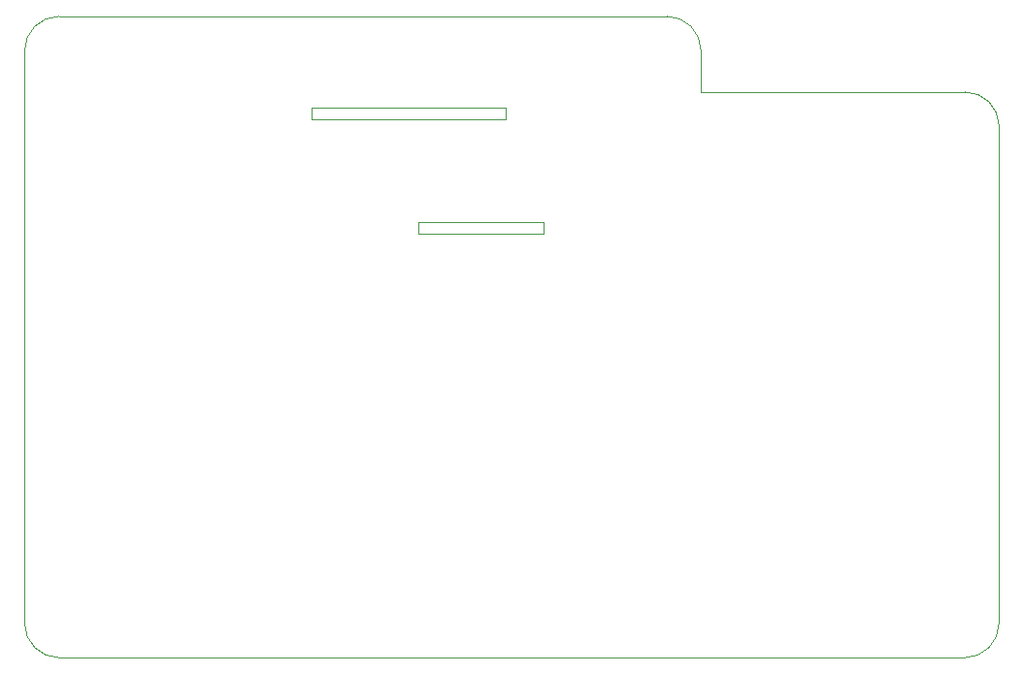
<source format=gbr>
%TF.GenerationSoftware,KiCad,Pcbnew,5.1.10*%
%TF.CreationDate,2021-08-16T03:58:39-04:00*%
%TF.ProjectId,wifi-50A-relay,77696669-2d35-4304-912d-72656c61792e,rev?*%
%TF.SameCoordinates,Original*%
%TF.FileFunction,Profile,NP*%
%FSLAX46Y46*%
G04 Gerber Fmt 4.6, Leading zero omitted, Abs format (unit mm)*
G04 Created by KiCad (PCBNEW 5.1.10) date 2021-08-16 03:58:39*
%MOMM*%
%LPD*%
G01*
G04 APERTURE LIST*
%TA.AperFunction,Profile*%
%ADD10C,0.050000*%
%TD*%
G04 APERTURE END LIST*
D10*
X84000000Y-31000000D02*
G75*
G02*
X87000000Y-34000000I0J-3000000D01*
G01*
X28000000Y-34000000D02*
G75*
G02*
X31000000Y-31000000I3000000J0D01*
G01*
X31000000Y-87000000D02*
G75*
G02*
X28000000Y-84000000I0J3000000D01*
G01*
X113000000Y-84000000D02*
G75*
G02*
X110000000Y-87000000I-3000000J0D01*
G01*
X110000000Y-37600000D02*
G75*
G02*
X113000000Y-40600000I0J-3000000D01*
G01*
X70000000Y-40000000D02*
X53000000Y-40000000D01*
X70000000Y-39000000D02*
X70000000Y-40000000D01*
X53000000Y-39000000D02*
X70000000Y-39000000D01*
X53000000Y-40000000D02*
X53000000Y-39000000D01*
X73300000Y-49000000D02*
X62300000Y-49000000D01*
X73300000Y-50000000D02*
X73300000Y-49000000D01*
X62300000Y-50000000D02*
X73300000Y-50000000D01*
X62300000Y-49000000D02*
X62300000Y-50000000D01*
X87000000Y-37600000D02*
X110000000Y-37600000D01*
X87000000Y-34000000D02*
X87000000Y-37600000D01*
X110000000Y-87000000D02*
X31000000Y-87000000D01*
X113000000Y-40600000D02*
X113000000Y-84000000D01*
X31000000Y-31000000D02*
X84000000Y-31000000D01*
X28000000Y-84000000D02*
X28000000Y-34000000D01*
M02*

</source>
